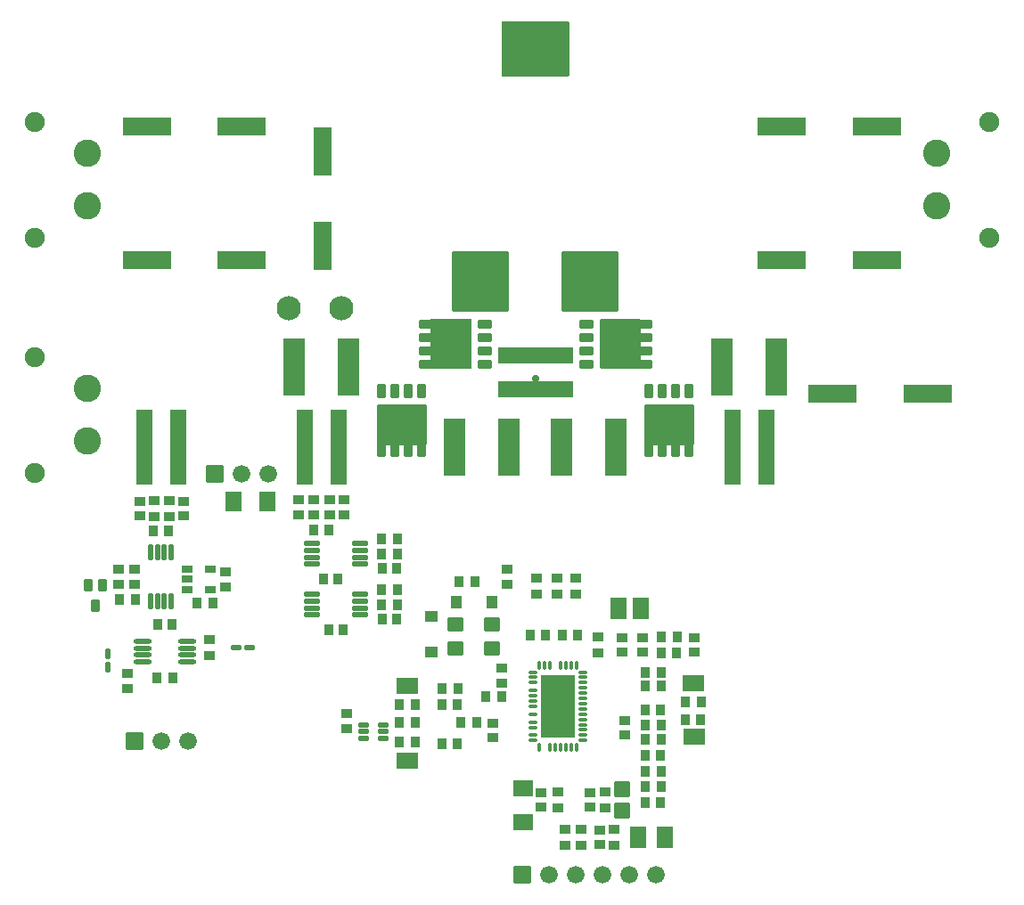
<source format=gts>
G04 Layer: TopSolderMaskLayer*
G04 EasyEDA v6.5.37, 2024-09-25 03:55:15*
G04 7e8e10f67f6b4ae2816efe54b0c62c6c,10*
G04 Gerber Generator version 0.2*
G04 Scale: 100 percent, Rotated: No, Reflected: No *
G04 Dimensions in inches *
G04 leading zeros omitted , absolute positions ,3 integer and 6 decimal *
%FSLAX36Y36*%
%MOIN*%

%AMMACRO1*1,1,$1,$2,$3*1,1,$1,$4,$5*1,1,$1,0-$2,0-$3*1,1,$1,0-$4,0-$5*20,1,$1,$2,$3,$4,$5,0*20,1,$1,$4,$5,0-$2,0-$3,0*20,1,$1,0-$2,0-$3,0-$4,0-$5,0*20,1,$1,0-$4,0-$5,$2,$3,0*4,1,4,$2,$3,$4,$5,0-$2,0-$3,0-$4,0-$5,$2,$3,0*%
%ADD10MACRO1,0.004X-0.0183X-0.0071X-0.0183X0.0071*%
%ADD11MACRO1,0.004X0.0183X-0.0071X0.0183X0.0071*%
%ADD12MACRO1,0.004X-0.0071X0.0183X0.0071X0.0183*%
%ADD13MACRO1,0.004X-0.0071X-0.0183X0.0071X-0.0183*%
%ADD14C,0.0660*%
%ADD15MACRO1,0.004X-0.031X0.031X0.031X0.031*%
%ADD16MACRO1,0.004X-0.0292X-0.034X-0.0292X0.034*%
%ADD17MACRO1,0.004X0.0292X-0.034X0.0292X0.034*%
%ADD18MACRO1,0.004X-0.0157X0.0177X0.0157X0.0177*%
%ADD19MACRO1,0.004X0.0177X0.0157X0.0177X-0.0157*%
%ADD20MACRO1,0.004X-0.0177X-0.0157X-0.0177X0.0157*%
%ADD21MACRO1,0.004X0.0157X-0.0177X-0.0157X-0.0177*%
%ADD22MACRO1,0.004X0.017X-0.0159X-0.017X-0.0159*%
%ADD23MACRO1,0.004X0.017X0.0159X-0.017X0.0159*%
%ADD24MACRO1,0.004X-0.017X0.0159X0.017X0.0159*%
%ADD25MACRO1,0.004X-0.017X-0.0159X0.017X-0.0159*%
%ADD26MACRO1,0.004X-0.0159X-0.017X-0.0159X0.017*%
%ADD27MACRO1,0.004X0.0159X-0.017X0.0159X0.017*%
%ADD28MACRO1,0.004X0.0138X-0.0197X-0.0138X-0.0197*%
%ADD29O,0.07061400000000001X0.018331*%
%ADD30MACRO1,0.0039X0.0197X0.0118X0.0197X-0.0118*%
%ADD31MACRO1,0.004X0.0275X0.008X0.0275X-0.008*%
%ADD32MACRO1,0.004X0.008X-0.0275X-0.008X-0.0275*%
%ADD33MACRO1,0.004X-0.0295X0.1378X0.0295X0.1378*%
%ADD34MACRO1,0.004X-0.1378X-0.0295X-0.1378X0.0295*%
%ADD35MACRO1,0.004X0.0159X0.017X0.0159X-0.017*%
%ADD36MACRO1,0.004X-0.0159X0.017X-0.0159X-0.017*%
%ADD37MACRO1,0.004X0.0266X-0.0278X-0.0266X-0.0278*%
%ADD38MACRO1,0.004X0.0266X0.0278X-0.0266X0.0278*%
%ADD39MACRO1,0.004X0.034X-0.0292X-0.034X-0.0292*%
%ADD40MACRO1,0.004X0.034X0.0292X-0.034X0.0292*%
%ADD41MACRO1,0.004X0.0886X-0.0325X-0.0886X-0.0325*%
%ADD42MACRO1,0.004X-0.0325X-0.0886X-0.0325X0.0886*%
%ADD43MACRO1,0.004X-0.0886X0.0325X0.0886X0.0325*%
%ADD44MACRO1,0.004X0.0187X-0.0226X-0.0187X-0.0226*%
%ADD45MACRO1,0.004X-0.0226X-0.0187X-0.0226X0.0187*%
%ADD46MACRO1,0.004X0.0276X-0.0236X-0.0276X-0.0236*%
%ADD47MACRO1,0.004X-0.1049X0.11X0.1049X0.11*%
%ADD48MACRO1,0.004X-0.125X0.1X0.125X0.1*%
%ADD49MACRO1,0.0039X0.0138X-0.0236X-0.0138X-0.0236*%
%ADD50MACRO1,0.0039X0.0906X-0.0748X-0.0906X-0.0748*%
%ADD51MACRO1,0.0039X-0.0236X-0.0138X-0.0236X0.0138*%
%ADD52R,0.1535X0.1850*%
%ADD53MACRO1,0.0039X0.0236X0.0138X0.0236X-0.0138*%
%ADD54MACRO1,0.0039X0.0748X0.0906X0.0748X-0.0906*%
%ADD55MACRO1,0.004X-0.0159X0.017X0.0159X0.017*%
%ADD56MACRO1,0.0039X-0.0394X0.0295X0.0394X0.0295*%
%ADD57MACRO1,0.0039X0.0394X-0.0295X-0.0394X-0.0295*%
%ADD58MACRO1,0.0039X-0.0295X-0.0394X-0.0295X0.0394*%
%ADD59MACRO1,0.0039X-0.0138X-0.0049X-0.0138X0.0049*%
%ADD60MACRO1,0.0039X0.0138X0.0049X0.0138X-0.0049*%
%ADD61MACRO1,0.0039X0.0049X-0.0138X-0.0049X-0.0138*%
%ADD62MACRO1,0.0039X-0.0049X0.0138X0.0049X0.0138*%
%ADD63MACRO1,0.0039X-0.061X0.1152X0.061X0.1152*%
%ADD64MACRO1,0.004X-0.0396X-0.1063X-0.0396X0.1063*%
%ADD65MACRO1,0.004X0.0396X-0.1063X0.0396X0.1063*%
%ADD66MACRO1,0.004X0.0396X0.1063X0.0396X-0.1063*%
%ADD67MACRO1,0.004X-0.0396X0.1063X-0.0396X-0.1063*%
%ADD68C,0.0749*%
%ADD69C,0.1024*%
%ADD70MACRO1,0.004X-0.018X-0.0069X-0.018X0.0069*%
%ADD71C,0.0284*%
%ADD72C,0.0244*%
%ADD73C,0.0244*%
%ADD74C,0.0244*%
%ADD75C,0.0906*%
%ADD76C,0.0112*%

%LPD*%
D10*
G01*
X929998Y-2349995D03*
D11*
G01*
X879998Y-2349995D03*
D12*
G01*
X399999Y-2424994D03*
D13*
G01*
X399999Y-2374994D03*
D14*
G01*
X2450000Y-3199989D03*
G01*
X2350000Y-3199989D03*
G01*
X2250000Y-3199989D03*
G01*
X2150000Y-3199989D03*
G01*
X2050000Y-3199989D03*
D15*
G01*
X1949995Y-3199993D03*
D14*
G01*
X700000Y-2700000D03*
G01*
X600000Y-2700000D03*
D15*
G01*
X499999Y-2699994D03*
D16*
G01*
X997696Y-1805000D03*
D17*
G01*
X872303Y-1805000D03*
D18*
G01*
X1227557Y-1909995D03*
G01*
X1172438Y-1909995D03*
D19*
G01*
X1284996Y-1852554D03*
G01*
X1284996Y-1797437D03*
G01*
X1114998Y-1852554D03*
G01*
X1114998Y-1797437D03*
D18*
G01*
X627558Y-1915000D03*
G01*
X572441Y-1915000D03*
D19*
G01*
X520000Y-1857558D03*
G01*
X520000Y-1802441D03*
D20*
G01*
X685000Y-1802441D03*
G01*
X685000Y-1857558D03*
D18*
G01*
X1482559Y-2245000D03*
G01*
X1427440Y-2245000D03*
G01*
X1482559Y-2055000D03*
G01*
X1427440Y-2055000D03*
D21*
G01*
X1207438Y-2094995D03*
G01*
X1262557Y-2094995D03*
G01*
X1227440Y-2285000D03*
G01*
X1282559Y-2285000D03*
D20*
G01*
X500000Y-2057441D03*
G01*
X500000Y-2112558D03*
D18*
G01*
X642557Y-2264995D03*
G01*
X587439Y-2264995D03*
D20*
G01*
X840000Y-2067441D03*
G01*
X840000Y-2122558D03*
D14*
G01*
X1000000Y-1700000D03*
G01*
X900000Y-1700000D03*
D15*
G01*
X800000Y-1700000D03*
D22*
G01*
X1229998Y-1795340D03*
D23*
G01*
X1229998Y-1854651D03*
D22*
G01*
X2085000Y-2890344D03*
D23*
G01*
X2085000Y-2949655D03*
D24*
G01*
X630000Y-1859655D03*
D25*
G01*
X630000Y-1800344D03*
D24*
G01*
X575000Y-1859655D03*
D25*
G01*
X575000Y-1800344D03*
D22*
G01*
X1169998Y-1795340D03*
D23*
G01*
X1169998Y-1854651D03*
D26*
G01*
X794653Y-2184996D03*
D27*
G01*
X735342Y-2184996D03*
D26*
G01*
X504655Y-2170000D03*
D27*
G01*
X445344Y-2170000D03*
D22*
G01*
X474999Y-2445339D03*
D23*
G01*
X474999Y-2504650D03*
D26*
G01*
X644654Y-2464994D03*
D27*
G01*
X585343Y-2464994D03*
D22*
G01*
X779999Y-2320339D03*
D23*
G01*
X779999Y-2379650D03*
D26*
G01*
X1484655Y-2190000D03*
D27*
G01*
X1425344Y-2190000D03*
D26*
G01*
X1484655Y-2000000D03*
D27*
G01*
X1425344Y-2000000D03*
D26*
G01*
X1484655Y-2135000D03*
D27*
G01*
X1425344Y-2135000D03*
D26*
G01*
X1484655Y-1945000D03*
D27*
G01*
X1425344Y-1945000D03*
D22*
G01*
X440000Y-2055344D03*
D23*
G01*
X440000Y-2114655D03*
D28*
G01*
X355015Y-2192399D03*
G01*
X329404Y-2117599D03*
G01*
X380605Y-2117599D03*
D29*
G01*
X530509Y-2326610D03*
G01*
X530509Y-2352210D03*
G01*
X530509Y-2377800D03*
G01*
X530509Y-2403389D03*
G01*
X699490Y-2326610D03*
G01*
X699490Y-2352210D03*
G01*
X699490Y-2377800D03*
G01*
X699490Y-2403389D03*
D30*
G01*
X783307Y-2057598D03*
G01*
X783307Y-2132401D03*
G01*
X696689Y-2057601D03*
G01*
X696687Y-2132398D03*
G01*
X696687Y-2095000D03*
D31*
G01*
X1164449Y-1961610D03*
G01*
X1164449Y-1987200D03*
G01*
X1164449Y-2012799D03*
G01*
X1164449Y-2038389D03*
G01*
X1345550Y-2038389D03*
G01*
X1345550Y-2012799D03*
G01*
X1345550Y-1987200D03*
G01*
X1345550Y-1961610D03*
D32*
G01*
X638389Y-1994448D03*
G01*
X612799Y-1994448D03*
G01*
X587200Y-1994448D03*
G01*
X561610Y-1994448D03*
G01*
X561610Y-2175551D03*
G01*
X587200Y-2175551D03*
G01*
X612799Y-2175551D03*
G01*
X638389Y-2175551D03*
D31*
G01*
X1164449Y-2151610D03*
G01*
X1164449Y-2177200D03*
G01*
X1164449Y-2202799D03*
G01*
X1164449Y-2228389D03*
G01*
X1345550Y-2228389D03*
G01*
X1345550Y-2202799D03*
G01*
X1345550Y-2177200D03*
G01*
X1345550Y-2151610D03*
D33*
G01*
X2736999Y-1600000D03*
G01*
X2862979Y-1600000D03*
D34*
G01*
X1999990Y-1382990D03*
G01*
X1999990Y-1257010D03*
D22*
G01*
X2295000Y-3030344D03*
D23*
G01*
X2295000Y-3089655D03*
D33*
G01*
X537010Y-1600002D03*
G01*
X662990Y-1600002D03*
D26*
G01*
X1549655Y-2565000D03*
D27*
G01*
X1490344Y-2565000D03*
D35*
G01*
X1490344Y-2705000D03*
D36*
G01*
X1549655Y-2705000D03*
D35*
G01*
X1490344Y-2630000D03*
D36*
G01*
X1549655Y-2630000D03*
D37*
G01*
X2325000Y-2880628D03*
D38*
G01*
X2325000Y-2959371D03*
D21*
G01*
X2412440Y-2930000D03*
G01*
X2467559Y-2930000D03*
G01*
X2562440Y-2620000D03*
G01*
X2617559Y-2620000D03*
D18*
G01*
X1707559Y-2565000D03*
G01*
X1652440Y-2565000D03*
D19*
G01*
X2335000Y-2677558D03*
G01*
X2335000Y-2622441D03*
D21*
G01*
X2412440Y-2755000D03*
G01*
X2467559Y-2755000D03*
G01*
X2412440Y-2585000D03*
G01*
X2467559Y-2585000D03*
D18*
G01*
X1707559Y-2710000D03*
G01*
X1652440Y-2710000D03*
D19*
G01*
X1840000Y-2687558D03*
G01*
X1840000Y-2632441D03*
D21*
G01*
X2102440Y-2305000D03*
G01*
X2157559Y-2305000D03*
D20*
G01*
X2020000Y-2892441D03*
G01*
X2020000Y-2947558D03*
D18*
G01*
X2037559Y-2305000D03*
G01*
X1982440Y-2305000D03*
D20*
G01*
X1875000Y-2427441D03*
G01*
X1875000Y-2482558D03*
G01*
X2205000Y-2892441D03*
G01*
X2205000Y-2947558D03*
G01*
X2240000Y-3032441D03*
G01*
X2240000Y-3087558D03*
D19*
G01*
X2400000Y-2367558D03*
G01*
X2400000Y-2312441D03*
G01*
X2325000Y-2367558D03*
G01*
X2325000Y-2312441D03*
D20*
G01*
X2595000Y-2312441D03*
G01*
X2595000Y-2367558D03*
D21*
G01*
X2472440Y-2370000D03*
G01*
X2527559Y-2370000D03*
D39*
G01*
X1955000Y-2877302D03*
D40*
G01*
X1955000Y-3002697D03*
D41*
G01*
X902164Y-400000D03*
G01*
X547835Y-400000D03*
G01*
X902164Y-900000D03*
G01*
X547835Y-900000D03*
D42*
G01*
X1205000Y-847164D03*
G01*
X1205000Y-492835D03*
D43*
G01*
X2922835Y-400000D03*
G01*
X3277164Y-400000D03*
G01*
X2922835Y-900000D03*
G01*
X3277164Y-900000D03*
G01*
X3112835Y-1400000D03*
G01*
X3467164Y-1400000D03*
D44*
G01*
X1703370Y-2180000D03*
G01*
X1836630Y-2180000D03*
D45*
G01*
X1610000Y-2233370D03*
G01*
X1610000Y-2366630D03*
D46*
G01*
X1701694Y-2355000D03*
G01*
X1838305Y-2355000D03*
G01*
X1701694Y-2265000D03*
G01*
X1838305Y-2265000D03*
D47*
G01*
X1794684Y-979547D03*
D48*
G01*
X1999996Y-110432D03*
D47*
G01*
X2205315Y-979547D03*
D49*
G01*
X1425005Y-1390063D03*
G01*
X1475005Y-1390063D03*
G01*
X1525005Y-1390063D03*
G01*
X1575005Y-1390063D03*
G01*
X1574805Y-1609944D03*
G01*
X1524805Y-1609944D03*
G01*
X1474805Y-1609944D03*
G01*
X1425205Y-1609944D03*
D50*
G01*
X1500004Y-1517032D03*
D51*
G01*
X1809937Y-1140004D03*
G01*
X1809937Y-1190004D03*
G01*
X1809937Y-1240004D03*
G01*
X1809937Y-1290004D03*
G01*
X1590055Y-1289804D03*
G01*
X1590055Y-1239804D03*
G01*
X1590055Y-1189804D03*
G01*
X1590055Y-1140204D03*
D52*
G01*
X1682969Y-1215010D03*
D53*
G01*
X2190063Y-1289995D03*
G01*
X2190063Y-1239995D03*
G01*
X2190063Y-1189995D03*
G01*
X2190063Y-1139995D03*
G01*
X2409944Y-1140195D03*
G01*
X2409944Y-1190195D03*
G01*
X2409944Y-1240195D03*
G01*
X2409944Y-1289795D03*
D54*
G01*
X2317032Y-1214994D03*
D49*
G01*
X2425005Y-1390063D03*
G01*
X2475005Y-1390063D03*
G01*
X2525005Y-1390063D03*
G01*
X2575005Y-1390063D03*
G01*
X2574805Y-1609944D03*
G01*
X2524805Y-1609944D03*
G01*
X2474805Y-1609944D03*
G01*
X2425205Y-1609944D03*
D50*
G01*
X2500004Y-1517032D03*
D33*
G01*
X1137009Y-1600000D03*
G01*
X1262989Y-1600000D03*
D22*
G01*
X1895000Y-2055344D03*
D23*
G01*
X1895000Y-2114655D03*
D22*
G01*
X2005000Y-2090344D03*
D23*
G01*
X2005000Y-2149655D03*
D22*
G01*
X2080000Y-2090344D03*
D23*
G01*
X2080000Y-2149655D03*
D22*
G01*
X2150000Y-2090344D03*
D23*
G01*
X2150000Y-2149655D03*
D26*
G01*
X1874655Y-2535000D03*
D27*
G01*
X1815344Y-2535000D03*
D35*
G01*
X2560344Y-2555000D03*
D36*
G01*
X2619655Y-2555000D03*
D26*
G01*
X1709655Y-2505000D03*
D27*
G01*
X1650344Y-2505000D03*
D24*
G01*
X2235000Y-2369655D03*
D25*
G01*
X2235000Y-2310344D03*
D26*
G01*
X2469655Y-2640000D03*
D27*
G01*
X2410344Y-2640000D03*
D55*
G01*
X2469640Y-2694994D03*
D27*
G01*
X2410344Y-2695000D03*
D35*
G01*
X1720344Y-2630000D03*
D36*
G01*
X1779655Y-2630000D03*
D35*
G01*
X1715344Y-2105000D03*
D36*
G01*
X1774655Y-2105000D03*
D22*
G01*
X2260000Y-2890344D03*
D23*
G01*
X2260000Y-2949655D03*
D24*
G01*
X2110000Y-3089655D03*
D25*
G01*
X2110000Y-3030344D03*
D22*
G01*
X2170000Y-3030344D03*
D23*
G01*
X2170000Y-3089655D03*
D35*
G01*
X2470344Y-2310000D03*
D36*
G01*
X2529655Y-2310000D03*
D26*
G01*
X2469655Y-2445000D03*
D27*
G01*
X2410344Y-2445000D03*
D35*
G01*
X2410344Y-2495000D03*
D36*
G01*
X2469655Y-2495000D03*
D22*
G01*
X1295000Y-2595344D03*
D23*
G01*
X1295000Y-2654655D03*
D26*
G01*
X2469655Y-2815000D03*
D27*
G01*
X2410344Y-2815000D03*
D35*
G01*
X2410344Y-2870000D03*
D36*
G01*
X2469655Y-2870000D03*
D56*
G01*
X2589994Y-2484995D03*
D57*
G01*
X1519997Y-2774993D03*
D58*
G01*
X2310000Y-2205000D03*
G01*
X2395000Y-2205000D03*
D56*
G01*
X1520000Y-2495000D03*
G01*
X2595000Y-2685000D03*
D58*
G01*
X2385000Y-3060000D03*
G01*
X2485000Y-3060000D03*
D59*
G01*
X2179490Y-2697954D03*
D60*
G01*
X2179490Y-2678270D03*
G01*
X2179490Y-2658585D03*
G01*
X2179490Y-2638899D03*
G01*
X2179490Y-2619214D03*
G01*
X2179490Y-2599529D03*
G01*
X2179490Y-2579845D03*
G01*
X2179490Y-2560160D03*
G01*
X2179490Y-2540475D03*
G01*
X2179490Y-2520789D03*
G01*
X2179490Y-2501105D03*
G01*
X2179490Y-2481420D03*
G01*
X2179490Y-2461734D03*
G01*
X2179490Y-2442048D03*
D59*
G01*
X1990513Y-2442048D03*
G01*
X1990513Y-2461734D03*
G01*
X1990513Y-2481420D03*
G01*
X1990513Y-2510947D03*
G01*
X1990513Y-2530632D03*
G01*
X1990513Y-2550317D03*
G01*
X1990513Y-2570001D03*
G01*
X1990513Y-2599529D03*
G01*
X1990513Y-2629057D03*
G01*
X1990513Y-2648741D03*
G01*
X1990513Y-2678270D03*
D60*
G01*
X1990513Y-2697954D03*
D61*
G01*
X2153899Y-2723545D03*
G01*
X2134214Y-2723545D03*
G01*
X2114529Y-2723545D03*
G01*
X2094845Y-2723545D03*
G01*
X2075160Y-2723545D03*
G01*
X2055475Y-2723545D03*
G01*
X2016105Y-2723545D03*
D62*
G01*
X2016105Y-2416459D03*
G01*
X2035790Y-2416459D03*
G01*
X2055475Y-2416459D03*
G01*
X2094845Y-2416459D03*
G01*
X2114529Y-2416459D03*
G01*
X2134214Y-2416459D03*
G01*
X2153899Y-2416459D03*
D63*
G01*
X2085001Y-2570001D03*
D64*
G01*
X2301574Y-1600000D03*
D65*
G01*
X2098425Y-1600000D03*
D66*
G01*
X1098425Y-1300000D03*
D67*
G01*
X1301574Y-1300000D03*
D66*
G01*
X1698425Y-1600000D03*
D67*
G01*
X1901574Y-1600000D03*
D64*
G01*
X2901574Y-1300000D03*
D65*
G01*
X2698425Y-1300000D03*
D68*
G01*
X126579Y-383470D03*
G01*
X126579Y-816540D03*
D69*
G01*
X323429Y-698429D03*
G01*
X323429Y-501579D03*
D68*
G01*
X3698429Y-816540D03*
G01*
X3698429Y-383470D03*
D69*
G01*
X3501580Y-501579D03*
G01*
X3501580Y-698429D03*
D68*
G01*
X126579Y-1263470D03*
G01*
X126579Y-1696540D03*
D69*
G01*
X323429Y-1578429D03*
G01*
X323429Y-1381579D03*
D70*
G01*
X1430749Y-2690589D03*
G01*
X1430749Y-2665000D03*
G01*
X1430749Y-2639410D03*
G01*
X1359250Y-2639410D03*
G01*
X1359250Y-2665000D03*
G01*
X1359250Y-2690589D03*
D71*
G01*
X2000000Y-1345000D03*
D72*
G01*
X1645000Y-1175000D03*
G01*
X1685000Y-1215000D03*
G01*
X1725000Y-1175000D03*
G01*
X1645000Y-1255000D03*
G01*
X1725000Y-1255000D03*
G01*
X2275000Y-1175000D03*
G01*
X2355000Y-1175000D03*
G01*
X2315000Y-1215000D03*
G01*
X2275000Y-1255000D03*
G01*
X2355000Y-1255000D03*
G01*
X2460000Y-1475000D03*
G01*
X2540000Y-1475000D03*
G01*
X2500000Y-1515000D03*
G01*
X2460000Y-1555000D03*
G01*
X2540000Y-1555000D03*
D73*
G01*
X1455000Y-1490000D03*
G01*
X1500000Y-1520000D03*
G01*
X1545000Y-1550000D03*
G01*
X1455000Y-1550000D03*
G01*
X1545000Y-1490000D03*
D74*
G01*
X2115000Y-2670000D03*
G01*
X2040000Y-2575000D03*
D75*
G01*
X1076580Y-1080000D03*
G01*
X1273419Y-1080000D03*
M02*

</source>
